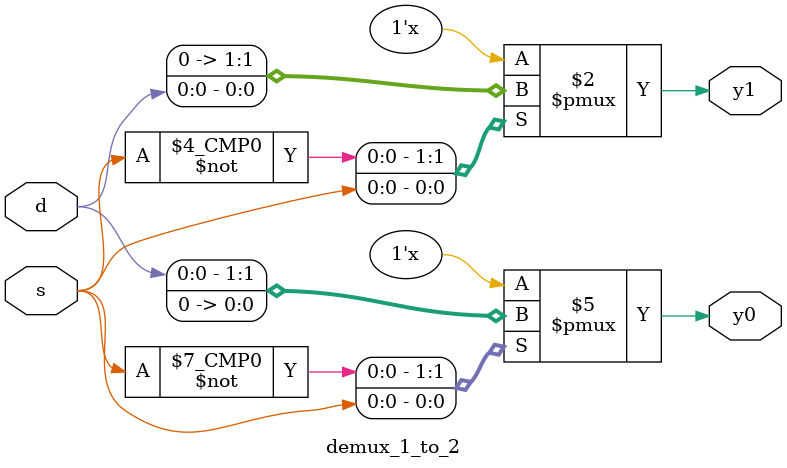
<source format=v>
module demux_1_to_2(
    input s,
    input d,
    output reg y0,
    output reg y1
);
    always @(*) begin
        case(s)
            1'b0: begin
                y0 = d;
                y1 = 0;
            end
            1'b1: begin
                y0 = 0;
                y1 = d;
            end
        endcase
    end
endmodule

</source>
